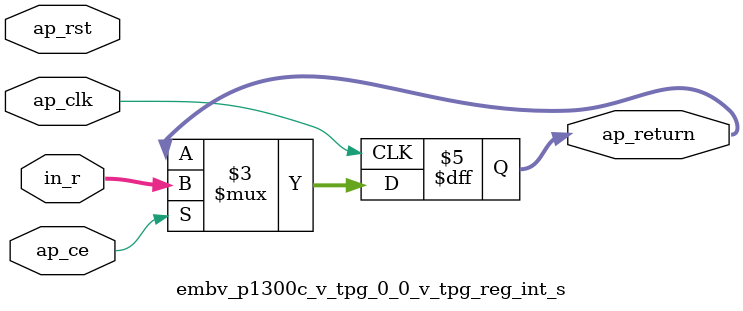
<source format=v>

`timescale 1 ns / 1 ps 

module embv_p1300c_v_tpg_0_0_v_tpg_reg_int_s (
        ap_clk,
        ap_rst,
        in_r,
        ap_return,
        ap_ce
);

parameter    ap_const_logic_1 = 1'b1;
parameter    ap_const_logic_0 = 1'b0;

input   ap_clk;
input   ap_rst;
input  [30:0] in_r;
output  [30:0] ap_return;
input   ap_ce;

reg[30:0] ap_return;




always @ (posedge ap_clk) begin
    if ((ap_const_logic_1 == ap_ce)) begin
        ap_return <= in_r;
    end
end


endmodule //embv_p1300c_v_tpg_0_0_v_tpg_reg_int_s


</source>
